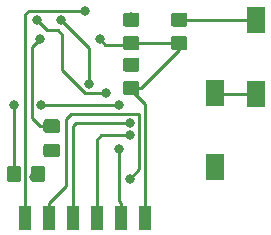
<source format=gbr>
%TF.GenerationSoftware,KiCad,Pcbnew,5.1.5+dfsg1-2build2*%
%TF.CreationDate,2021-07-18T22:40:15+02:00*%
%TF.ProjectId,wb2s,77623273-2e6b-4696-9361-645f70636258,rev?*%
%TF.SameCoordinates,Original*%
%TF.FileFunction,Copper,L2,Bot*%
%TF.FilePolarity,Positive*%
%FSLAX46Y46*%
G04 Gerber Fmt 4.6, Leading zero omitted, Abs format (unit mm)*
G04 Created by KiCad (PCBNEW 5.1.5+dfsg1-2build2) date 2021-07-18 22:40:15*
%MOMM*%
%LPD*%
G04 APERTURE LIST*
%TA.AperFunction,SMDPad,CuDef*%
%ADD10C,0.100000*%
%TD*%
%TA.AperFunction,SMDPad,CuDef*%
%ADD11R,1.597660X2.298700*%
%TD*%
%TA.AperFunction,SMDPad,CuDef*%
%ADD12R,1.000000X2.000000*%
%TD*%
%TA.AperFunction,ViaPad*%
%ADD13C,0.800000*%
%TD*%
%TA.AperFunction,Conductor*%
%ADD14C,0.250000*%
%TD*%
G04 APERTURE END LIST*
%TA.AperFunction,SMDPad,CuDef*%
D10*
%TO.P,R5,2*%
%TO.N,Net-(R5-Pad2)*%
G36*
X91787505Y-118824204D02*
G01*
X91811773Y-118827804D01*
X91835572Y-118833765D01*
X91858671Y-118842030D01*
X91880850Y-118852520D01*
X91901893Y-118865132D01*
X91921599Y-118879747D01*
X91939777Y-118896223D01*
X91956253Y-118914401D01*
X91970868Y-118934107D01*
X91983480Y-118955150D01*
X91993970Y-118977329D01*
X92002235Y-119000428D01*
X92008196Y-119024227D01*
X92011796Y-119048495D01*
X92013000Y-119072999D01*
X92013000Y-119723001D01*
X92011796Y-119747505D01*
X92008196Y-119771773D01*
X92002235Y-119795572D01*
X91993970Y-119818671D01*
X91983480Y-119840850D01*
X91970868Y-119861893D01*
X91956253Y-119881599D01*
X91939777Y-119899777D01*
X91921599Y-119916253D01*
X91901893Y-119930868D01*
X91880850Y-119943480D01*
X91858671Y-119953970D01*
X91835572Y-119962235D01*
X91811773Y-119968196D01*
X91787505Y-119971796D01*
X91763001Y-119973000D01*
X90862999Y-119973000D01*
X90838495Y-119971796D01*
X90814227Y-119968196D01*
X90790428Y-119962235D01*
X90767329Y-119953970D01*
X90745150Y-119943480D01*
X90724107Y-119930868D01*
X90704401Y-119916253D01*
X90686223Y-119899777D01*
X90669747Y-119881599D01*
X90655132Y-119861893D01*
X90642520Y-119840850D01*
X90632030Y-119818671D01*
X90623765Y-119795572D01*
X90617804Y-119771773D01*
X90614204Y-119747505D01*
X90613000Y-119723001D01*
X90613000Y-119072999D01*
X90614204Y-119048495D01*
X90617804Y-119024227D01*
X90623765Y-119000428D01*
X90632030Y-118977329D01*
X90642520Y-118955150D01*
X90655132Y-118934107D01*
X90669747Y-118914401D01*
X90686223Y-118896223D01*
X90704401Y-118879747D01*
X90724107Y-118865132D01*
X90745150Y-118852520D01*
X90767329Y-118842030D01*
X90790428Y-118833765D01*
X90814227Y-118827804D01*
X90838495Y-118824204D01*
X90862999Y-118823000D01*
X91763001Y-118823000D01*
X91787505Y-118824204D01*
G37*
%TD.AperFunction*%
%TA.AperFunction,SMDPad,CuDef*%
%TO.P,R5,1*%
%TO.N,+3V3*%
G36*
X91787505Y-116774204D02*
G01*
X91811773Y-116777804D01*
X91835572Y-116783765D01*
X91858671Y-116792030D01*
X91880850Y-116802520D01*
X91901893Y-116815132D01*
X91921599Y-116829747D01*
X91939777Y-116846223D01*
X91956253Y-116864401D01*
X91970868Y-116884107D01*
X91983480Y-116905150D01*
X91993970Y-116927329D01*
X92002235Y-116950428D01*
X92008196Y-116974227D01*
X92011796Y-116998495D01*
X92013000Y-117022999D01*
X92013000Y-117673001D01*
X92011796Y-117697505D01*
X92008196Y-117721773D01*
X92002235Y-117745572D01*
X91993970Y-117768671D01*
X91983480Y-117790850D01*
X91970868Y-117811893D01*
X91956253Y-117831599D01*
X91939777Y-117849777D01*
X91921599Y-117866253D01*
X91901893Y-117880868D01*
X91880850Y-117893480D01*
X91858671Y-117903970D01*
X91835572Y-117912235D01*
X91811773Y-117918196D01*
X91787505Y-117921796D01*
X91763001Y-117923000D01*
X90862999Y-117923000D01*
X90838495Y-117921796D01*
X90814227Y-117918196D01*
X90790428Y-117912235D01*
X90767329Y-117903970D01*
X90745150Y-117893480D01*
X90724107Y-117880868D01*
X90704401Y-117866253D01*
X90686223Y-117849777D01*
X90669747Y-117831599D01*
X90655132Y-117811893D01*
X90642520Y-117790850D01*
X90632030Y-117768671D01*
X90623765Y-117745572D01*
X90617804Y-117721773D01*
X90614204Y-117697505D01*
X90613000Y-117673001D01*
X90613000Y-117022999D01*
X90614204Y-116998495D01*
X90617804Y-116974227D01*
X90623765Y-116950428D01*
X90632030Y-116927329D01*
X90642520Y-116905150D01*
X90655132Y-116884107D01*
X90669747Y-116864401D01*
X90686223Y-116846223D01*
X90704401Y-116829747D01*
X90724107Y-116815132D01*
X90745150Y-116802520D01*
X90767329Y-116792030D01*
X90790428Y-116783765D01*
X90814227Y-116777804D01*
X90838495Y-116774204D01*
X90862999Y-116773000D01*
X91763001Y-116773000D01*
X91787505Y-116774204D01*
G37*
%TD.AperFunction*%
%TD*%
D11*
%TO.P,SW1,2*%
%TO.N,Net-(R1-Pad1)*%
X108585000Y-108331000D03*
%TO.P,SW1,1*%
%TO.N,GND*%
X108585000Y-114630200D03*
%TD*%
%TO.P,SW2,1*%
%TO.N,GND*%
X105156000Y-114554000D03*
%TO.P,SW2,2*%
%TO.N,Net-(R3-Pad1)*%
X105156000Y-120853200D03*
%TD*%
%TA.AperFunction,SMDPad,CuDef*%
D10*
%TO.P,R2,2*%
%TO.N,+3V3*%
G36*
X98518505Y-109732204D02*
G01*
X98542773Y-109735804D01*
X98566572Y-109741765D01*
X98589671Y-109750030D01*
X98611850Y-109760520D01*
X98632893Y-109773132D01*
X98652599Y-109787747D01*
X98670777Y-109804223D01*
X98687253Y-109822401D01*
X98701868Y-109842107D01*
X98714480Y-109863150D01*
X98724970Y-109885329D01*
X98733235Y-109908428D01*
X98739196Y-109932227D01*
X98742796Y-109956495D01*
X98744000Y-109980999D01*
X98744000Y-110681001D01*
X98742796Y-110705505D01*
X98739196Y-110729773D01*
X98733235Y-110753572D01*
X98724970Y-110776671D01*
X98714480Y-110798850D01*
X98701868Y-110819893D01*
X98687253Y-110839599D01*
X98670777Y-110857777D01*
X98652599Y-110874253D01*
X98632893Y-110888868D01*
X98611850Y-110901480D01*
X98589671Y-110911970D01*
X98566572Y-110920235D01*
X98542773Y-110926196D01*
X98518505Y-110929796D01*
X98494001Y-110931000D01*
X97593999Y-110931000D01*
X97569495Y-110929796D01*
X97545227Y-110926196D01*
X97521428Y-110920235D01*
X97498329Y-110911970D01*
X97476150Y-110901480D01*
X97455107Y-110888868D01*
X97435401Y-110874253D01*
X97417223Y-110857777D01*
X97400747Y-110839599D01*
X97386132Y-110819893D01*
X97373520Y-110798850D01*
X97363030Y-110776671D01*
X97354765Y-110753572D01*
X97348804Y-110729773D01*
X97345204Y-110705505D01*
X97344000Y-110681001D01*
X97344000Y-109980999D01*
X97345204Y-109956495D01*
X97348804Y-109932227D01*
X97354765Y-109908428D01*
X97363030Y-109885329D01*
X97373520Y-109863150D01*
X97386132Y-109842107D01*
X97400747Y-109822401D01*
X97417223Y-109804223D01*
X97435401Y-109787747D01*
X97455107Y-109773132D01*
X97476150Y-109760520D01*
X97498329Y-109750030D01*
X97521428Y-109741765D01*
X97545227Y-109735804D01*
X97569495Y-109732204D01*
X97593999Y-109731000D01*
X98494001Y-109731000D01*
X98518505Y-109732204D01*
G37*
%TD.AperFunction*%
%TA.AperFunction,SMDPad,CuDef*%
%TO.P,R2,1*%
%TO.N,CEN*%
G36*
X98518505Y-107732204D02*
G01*
X98542773Y-107735804D01*
X98566572Y-107741765D01*
X98589671Y-107750030D01*
X98611850Y-107760520D01*
X98632893Y-107773132D01*
X98652599Y-107787747D01*
X98670777Y-107804223D01*
X98687253Y-107822401D01*
X98701868Y-107842107D01*
X98714480Y-107863150D01*
X98724970Y-107885329D01*
X98733235Y-107908428D01*
X98739196Y-107932227D01*
X98742796Y-107956495D01*
X98744000Y-107980999D01*
X98744000Y-108681001D01*
X98742796Y-108705505D01*
X98739196Y-108729773D01*
X98733235Y-108753572D01*
X98724970Y-108776671D01*
X98714480Y-108798850D01*
X98701868Y-108819893D01*
X98687253Y-108839599D01*
X98670777Y-108857777D01*
X98652599Y-108874253D01*
X98632893Y-108888868D01*
X98611850Y-108901480D01*
X98589671Y-108911970D01*
X98566572Y-108920235D01*
X98542773Y-108926196D01*
X98518505Y-108929796D01*
X98494001Y-108931000D01*
X97593999Y-108931000D01*
X97569495Y-108929796D01*
X97545227Y-108926196D01*
X97521428Y-108920235D01*
X97498329Y-108911970D01*
X97476150Y-108901480D01*
X97455107Y-108888868D01*
X97435401Y-108874253D01*
X97417223Y-108857777D01*
X97400747Y-108839599D01*
X97386132Y-108819893D01*
X97373520Y-108798850D01*
X97363030Y-108776671D01*
X97354765Y-108753572D01*
X97348804Y-108729773D01*
X97345204Y-108705505D01*
X97344000Y-108681001D01*
X97344000Y-107980999D01*
X97345204Y-107956495D01*
X97348804Y-107932227D01*
X97354765Y-107908428D01*
X97363030Y-107885329D01*
X97373520Y-107863150D01*
X97386132Y-107842107D01*
X97400747Y-107822401D01*
X97417223Y-107804223D01*
X97435401Y-107787747D01*
X97455107Y-107773132D01*
X97476150Y-107760520D01*
X97498329Y-107750030D01*
X97521428Y-107741765D01*
X97545227Y-107735804D01*
X97569495Y-107732204D01*
X97593999Y-107731000D01*
X98494001Y-107731000D01*
X98518505Y-107732204D01*
G37*
%TD.AperFunction*%
%TD*%
%TA.AperFunction,SMDPad,CuDef*%
%TO.P,R1,2*%
%TO.N,+3V3*%
G36*
X102582505Y-109732204D02*
G01*
X102606773Y-109735804D01*
X102630572Y-109741765D01*
X102653671Y-109750030D01*
X102675850Y-109760520D01*
X102696893Y-109773132D01*
X102716599Y-109787747D01*
X102734777Y-109804223D01*
X102751253Y-109822401D01*
X102765868Y-109842107D01*
X102778480Y-109863150D01*
X102788970Y-109885329D01*
X102797235Y-109908428D01*
X102803196Y-109932227D01*
X102806796Y-109956495D01*
X102808000Y-109980999D01*
X102808000Y-110681001D01*
X102806796Y-110705505D01*
X102803196Y-110729773D01*
X102797235Y-110753572D01*
X102788970Y-110776671D01*
X102778480Y-110798850D01*
X102765868Y-110819893D01*
X102751253Y-110839599D01*
X102734777Y-110857777D01*
X102716599Y-110874253D01*
X102696893Y-110888868D01*
X102675850Y-110901480D01*
X102653671Y-110911970D01*
X102630572Y-110920235D01*
X102606773Y-110926196D01*
X102582505Y-110929796D01*
X102558001Y-110931000D01*
X101657999Y-110931000D01*
X101633495Y-110929796D01*
X101609227Y-110926196D01*
X101585428Y-110920235D01*
X101562329Y-110911970D01*
X101540150Y-110901480D01*
X101519107Y-110888868D01*
X101499401Y-110874253D01*
X101481223Y-110857777D01*
X101464747Y-110839599D01*
X101450132Y-110819893D01*
X101437520Y-110798850D01*
X101427030Y-110776671D01*
X101418765Y-110753572D01*
X101412804Y-110729773D01*
X101409204Y-110705505D01*
X101408000Y-110681001D01*
X101408000Y-109980999D01*
X101409204Y-109956495D01*
X101412804Y-109932227D01*
X101418765Y-109908428D01*
X101427030Y-109885329D01*
X101437520Y-109863150D01*
X101450132Y-109842107D01*
X101464747Y-109822401D01*
X101481223Y-109804223D01*
X101499401Y-109787747D01*
X101519107Y-109773132D01*
X101540150Y-109760520D01*
X101562329Y-109750030D01*
X101585428Y-109741765D01*
X101609227Y-109735804D01*
X101633495Y-109732204D01*
X101657999Y-109731000D01*
X102558001Y-109731000D01*
X102582505Y-109732204D01*
G37*
%TD.AperFunction*%
%TA.AperFunction,SMDPad,CuDef*%
%TO.P,R1,1*%
%TO.N,Net-(R1-Pad1)*%
G36*
X102582505Y-107732204D02*
G01*
X102606773Y-107735804D01*
X102630572Y-107741765D01*
X102653671Y-107750030D01*
X102675850Y-107760520D01*
X102696893Y-107773132D01*
X102716599Y-107787747D01*
X102734777Y-107804223D01*
X102751253Y-107822401D01*
X102765868Y-107842107D01*
X102778480Y-107863150D01*
X102788970Y-107885329D01*
X102797235Y-107908428D01*
X102803196Y-107932227D01*
X102806796Y-107956495D01*
X102808000Y-107980999D01*
X102808000Y-108681001D01*
X102806796Y-108705505D01*
X102803196Y-108729773D01*
X102797235Y-108753572D01*
X102788970Y-108776671D01*
X102778480Y-108798850D01*
X102765868Y-108819893D01*
X102751253Y-108839599D01*
X102734777Y-108857777D01*
X102716599Y-108874253D01*
X102696893Y-108888868D01*
X102675850Y-108901480D01*
X102653671Y-108911970D01*
X102630572Y-108920235D01*
X102606773Y-108926196D01*
X102582505Y-108929796D01*
X102558001Y-108931000D01*
X101657999Y-108931000D01*
X101633495Y-108929796D01*
X101609227Y-108926196D01*
X101585428Y-108920235D01*
X101562329Y-108911970D01*
X101540150Y-108901480D01*
X101519107Y-108888868D01*
X101499401Y-108874253D01*
X101481223Y-108857777D01*
X101464747Y-108839599D01*
X101450132Y-108819893D01*
X101437520Y-108798850D01*
X101427030Y-108776671D01*
X101418765Y-108753572D01*
X101412804Y-108729773D01*
X101409204Y-108705505D01*
X101408000Y-108681001D01*
X101408000Y-107980999D01*
X101409204Y-107956495D01*
X101412804Y-107932227D01*
X101418765Y-107908428D01*
X101427030Y-107885329D01*
X101437520Y-107863150D01*
X101450132Y-107842107D01*
X101464747Y-107822401D01*
X101481223Y-107804223D01*
X101499401Y-107787747D01*
X101519107Y-107773132D01*
X101540150Y-107760520D01*
X101562329Y-107750030D01*
X101585428Y-107741765D01*
X101609227Y-107735804D01*
X101633495Y-107732204D01*
X101657999Y-107731000D01*
X102558001Y-107731000D01*
X102582505Y-107732204D01*
G37*
%TD.AperFunction*%
%TD*%
%TA.AperFunction,SMDPad,CuDef*%
%TO.P,R3,2*%
%TO.N,+3V3*%
G36*
X98518505Y-113542204D02*
G01*
X98542773Y-113545804D01*
X98566572Y-113551765D01*
X98589671Y-113560030D01*
X98611850Y-113570520D01*
X98632893Y-113583132D01*
X98652599Y-113597747D01*
X98670777Y-113614223D01*
X98687253Y-113632401D01*
X98701868Y-113652107D01*
X98714480Y-113673150D01*
X98724970Y-113695329D01*
X98733235Y-113718428D01*
X98739196Y-113742227D01*
X98742796Y-113766495D01*
X98744000Y-113790999D01*
X98744000Y-114491001D01*
X98742796Y-114515505D01*
X98739196Y-114539773D01*
X98733235Y-114563572D01*
X98724970Y-114586671D01*
X98714480Y-114608850D01*
X98701868Y-114629893D01*
X98687253Y-114649599D01*
X98670777Y-114667777D01*
X98652599Y-114684253D01*
X98632893Y-114698868D01*
X98611850Y-114711480D01*
X98589671Y-114721970D01*
X98566572Y-114730235D01*
X98542773Y-114736196D01*
X98518505Y-114739796D01*
X98494001Y-114741000D01*
X97593999Y-114741000D01*
X97569495Y-114739796D01*
X97545227Y-114736196D01*
X97521428Y-114730235D01*
X97498329Y-114721970D01*
X97476150Y-114711480D01*
X97455107Y-114698868D01*
X97435401Y-114684253D01*
X97417223Y-114667777D01*
X97400747Y-114649599D01*
X97386132Y-114629893D01*
X97373520Y-114608850D01*
X97363030Y-114586671D01*
X97354765Y-114563572D01*
X97348804Y-114539773D01*
X97345204Y-114515505D01*
X97344000Y-114491001D01*
X97344000Y-113790999D01*
X97345204Y-113766495D01*
X97348804Y-113742227D01*
X97354765Y-113718428D01*
X97363030Y-113695329D01*
X97373520Y-113673150D01*
X97386132Y-113652107D01*
X97400747Y-113632401D01*
X97417223Y-113614223D01*
X97435401Y-113597747D01*
X97455107Y-113583132D01*
X97476150Y-113570520D01*
X97498329Y-113560030D01*
X97521428Y-113551765D01*
X97545227Y-113545804D01*
X97569495Y-113542204D01*
X97593999Y-113541000D01*
X98494001Y-113541000D01*
X98518505Y-113542204D01*
G37*
%TD.AperFunction*%
%TA.AperFunction,SMDPad,CuDef*%
%TO.P,R3,1*%
%TO.N,Net-(R3-Pad1)*%
G36*
X98518505Y-111542204D02*
G01*
X98542773Y-111545804D01*
X98566572Y-111551765D01*
X98589671Y-111560030D01*
X98611850Y-111570520D01*
X98632893Y-111583132D01*
X98652599Y-111597747D01*
X98670777Y-111614223D01*
X98687253Y-111632401D01*
X98701868Y-111652107D01*
X98714480Y-111673150D01*
X98724970Y-111695329D01*
X98733235Y-111718428D01*
X98739196Y-111742227D01*
X98742796Y-111766495D01*
X98744000Y-111790999D01*
X98744000Y-112491001D01*
X98742796Y-112515505D01*
X98739196Y-112539773D01*
X98733235Y-112563572D01*
X98724970Y-112586671D01*
X98714480Y-112608850D01*
X98701868Y-112629893D01*
X98687253Y-112649599D01*
X98670777Y-112667777D01*
X98652599Y-112684253D01*
X98632893Y-112698868D01*
X98611850Y-112711480D01*
X98589671Y-112721970D01*
X98566572Y-112730235D01*
X98542773Y-112736196D01*
X98518505Y-112739796D01*
X98494001Y-112741000D01*
X97593999Y-112741000D01*
X97569495Y-112739796D01*
X97545227Y-112736196D01*
X97521428Y-112730235D01*
X97498329Y-112721970D01*
X97476150Y-112711480D01*
X97455107Y-112698868D01*
X97435401Y-112684253D01*
X97417223Y-112667777D01*
X97400747Y-112649599D01*
X97386132Y-112629893D01*
X97373520Y-112608850D01*
X97363030Y-112586671D01*
X97354765Y-112563572D01*
X97348804Y-112539773D01*
X97345204Y-112515505D01*
X97344000Y-112491001D01*
X97344000Y-111790999D01*
X97345204Y-111766495D01*
X97348804Y-111742227D01*
X97354765Y-111718428D01*
X97363030Y-111695329D01*
X97373520Y-111673150D01*
X97386132Y-111652107D01*
X97400747Y-111632401D01*
X97417223Y-111614223D01*
X97435401Y-111597747D01*
X97455107Y-111583132D01*
X97476150Y-111570520D01*
X97498329Y-111560030D01*
X97521428Y-111551765D01*
X97545227Y-111545804D01*
X97569495Y-111542204D01*
X97593999Y-111541000D01*
X98494001Y-111541000D01*
X98518505Y-111542204D01*
G37*
%TD.AperFunction*%
%TD*%
%TA.AperFunction,SMDPad,CuDef*%
%TO.P,R4,1*%
%TO.N,GND*%
G36*
X88512505Y-120713204D02*
G01*
X88536773Y-120716804D01*
X88560572Y-120722765D01*
X88583671Y-120731030D01*
X88605850Y-120741520D01*
X88626893Y-120754132D01*
X88646599Y-120768747D01*
X88664777Y-120785223D01*
X88681253Y-120803401D01*
X88695868Y-120823107D01*
X88708480Y-120844150D01*
X88718970Y-120866329D01*
X88727235Y-120889428D01*
X88733196Y-120913227D01*
X88736796Y-120937495D01*
X88738000Y-120961999D01*
X88738000Y-121862001D01*
X88736796Y-121886505D01*
X88733196Y-121910773D01*
X88727235Y-121934572D01*
X88718970Y-121957671D01*
X88708480Y-121979850D01*
X88695868Y-122000893D01*
X88681253Y-122020599D01*
X88664777Y-122038777D01*
X88646599Y-122055253D01*
X88626893Y-122069868D01*
X88605850Y-122082480D01*
X88583671Y-122092970D01*
X88560572Y-122101235D01*
X88536773Y-122107196D01*
X88512505Y-122110796D01*
X88488001Y-122112000D01*
X87787999Y-122112000D01*
X87763495Y-122110796D01*
X87739227Y-122107196D01*
X87715428Y-122101235D01*
X87692329Y-122092970D01*
X87670150Y-122082480D01*
X87649107Y-122069868D01*
X87629401Y-122055253D01*
X87611223Y-122038777D01*
X87594747Y-122020599D01*
X87580132Y-122000893D01*
X87567520Y-121979850D01*
X87557030Y-121957671D01*
X87548765Y-121934572D01*
X87542804Y-121910773D01*
X87539204Y-121886505D01*
X87538000Y-121862001D01*
X87538000Y-120961999D01*
X87539204Y-120937495D01*
X87542804Y-120913227D01*
X87548765Y-120889428D01*
X87557030Y-120866329D01*
X87567520Y-120844150D01*
X87580132Y-120823107D01*
X87594747Y-120803401D01*
X87611223Y-120785223D01*
X87629401Y-120768747D01*
X87649107Y-120754132D01*
X87670150Y-120741520D01*
X87692329Y-120731030D01*
X87715428Y-120722765D01*
X87739227Y-120716804D01*
X87763495Y-120713204D01*
X87787999Y-120712000D01*
X88488001Y-120712000D01*
X88512505Y-120713204D01*
G37*
%TD.AperFunction*%
%TA.AperFunction,SMDPad,CuDef*%
%TO.P,R4,2*%
%TO.N,Net-(R4-Pad2)*%
G36*
X90512505Y-120713204D02*
G01*
X90536773Y-120716804D01*
X90560572Y-120722765D01*
X90583671Y-120731030D01*
X90605850Y-120741520D01*
X90626893Y-120754132D01*
X90646599Y-120768747D01*
X90664777Y-120785223D01*
X90681253Y-120803401D01*
X90695868Y-120823107D01*
X90708480Y-120844150D01*
X90718970Y-120866329D01*
X90727235Y-120889428D01*
X90733196Y-120913227D01*
X90736796Y-120937495D01*
X90738000Y-120961999D01*
X90738000Y-121862001D01*
X90736796Y-121886505D01*
X90733196Y-121910773D01*
X90727235Y-121934572D01*
X90718970Y-121957671D01*
X90708480Y-121979850D01*
X90695868Y-122000893D01*
X90681253Y-122020599D01*
X90664777Y-122038777D01*
X90646599Y-122055253D01*
X90626893Y-122069868D01*
X90605850Y-122082480D01*
X90583671Y-122092970D01*
X90560572Y-122101235D01*
X90536773Y-122107196D01*
X90512505Y-122110796D01*
X90488001Y-122112000D01*
X89787999Y-122112000D01*
X89763495Y-122110796D01*
X89739227Y-122107196D01*
X89715428Y-122101235D01*
X89692329Y-122092970D01*
X89670150Y-122082480D01*
X89649107Y-122069868D01*
X89629401Y-122055253D01*
X89611223Y-122038777D01*
X89594747Y-122020599D01*
X89580132Y-122000893D01*
X89567520Y-121979850D01*
X89557030Y-121957671D01*
X89548765Y-121934572D01*
X89542804Y-121910773D01*
X89539204Y-121886505D01*
X89538000Y-121862001D01*
X89538000Y-120961999D01*
X89539204Y-120937495D01*
X89542804Y-120913227D01*
X89548765Y-120889428D01*
X89557030Y-120866329D01*
X89567520Y-120844150D01*
X89580132Y-120823107D01*
X89594747Y-120803401D01*
X89611223Y-120785223D01*
X89629401Y-120768747D01*
X89649107Y-120754132D01*
X89670150Y-120741520D01*
X89692329Y-120731030D01*
X89715428Y-120722765D01*
X89739227Y-120716804D01*
X89763495Y-120713204D01*
X89787999Y-120712000D01*
X90488001Y-120712000D01*
X90512505Y-120713204D01*
G37*
%TD.AperFunction*%
%TD*%
D12*
%TO.P,J1,1*%
%TO.N,TX*%
X93091000Y-125095000D03*
%TD*%
%TO.P,J5,1*%
%TO.N,RX*%
X95123000Y-125095000D03*
%TD*%
%TO.P,J6,1*%
%TO.N,PWM5*%
X89027000Y-125095000D03*
%TD*%
%TO.P,J7,1*%
%TO.N,PWM4*%
X91059000Y-125095000D03*
%TD*%
%TO.P,J10,1*%
%TO.N,+3V3*%
X99187000Y-125095000D03*
%TD*%
%TO.P,J11,1*%
%TO.N,GND*%
X97155000Y-125095000D03*
%TD*%
D13*
%TO.N,TX*%
X97972999Y-117094000D03*
%TO.N,PWM1*%
X92075000Y-108331000D03*
X94488000Y-113792000D03*
%TO.N,PWM2*%
X90043000Y-108331000D03*
X95885000Y-114554000D03*
%TO.N,RX*%
X97917000Y-118110000D03*
%TO.N,PWM5*%
X94107000Y-107569000D03*
%TO.N,PWM4*%
X97917000Y-121793000D03*
%TO.N,CEN*%
X98044000Y-108077000D03*
%TO.N,Net-(R1-Pad1)*%
X102108000Y-108331000D03*
%TO.N,GND*%
X88138000Y-121666000D03*
X88138000Y-115570000D03*
X97028000Y-119253000D03*
X97028000Y-115570000D03*
X105029000Y-114681000D03*
X90424002Y-115570000D03*
%TO.N,Net-(R4-Pad2)*%
X89789000Y-121666000D03*
%TO.N,+3V3*%
X95377000Y-109982000D03*
X90297000Y-109982000D03*
%TO.N,Net-(R3-Pad1)*%
X98044000Y-112141000D03*
X105156000Y-120904000D03*
%TO.N,Net-(R5-Pad2)*%
X91312996Y-119380000D03*
%TD*%
D14*
%TO.N,TX*%
X97407314Y-117094000D02*
X97972999Y-117094000D01*
X93091000Y-117348000D02*
X93345000Y-117094000D01*
X93345000Y-117094000D02*
X97407314Y-117094000D01*
X93091000Y-125095000D02*
X93091000Y-117348000D01*
%TO.N,PWM1*%
X94488000Y-110744000D02*
X94488000Y-113792000D01*
X92075000Y-108331000D02*
X94488000Y-110744000D01*
%TO.N,PWM2*%
X91821000Y-109220000D02*
X90932000Y-109220000D01*
X90932000Y-109220000D02*
X90043000Y-108331000D01*
X92202000Y-109601000D02*
X91821000Y-109220000D01*
X94176315Y-114554000D02*
X92202000Y-112579685D01*
X92202000Y-112579685D02*
X92202000Y-109601000D01*
X95885000Y-114554000D02*
X94176315Y-114554000D01*
%TO.N,RX*%
X95123000Y-125095000D02*
X95123000Y-123845000D01*
X95504000Y-118110000D02*
X97917000Y-118110000D01*
X95123000Y-118491000D02*
X95504000Y-118110000D01*
X95123000Y-123845000D02*
X95123000Y-118491000D01*
%TO.N,PWM5*%
X89063999Y-123808001D02*
X89063999Y-110072001D01*
X89027000Y-123845000D02*
X89063999Y-123808001D01*
X89027000Y-125095000D02*
X89027000Y-123845000D01*
X89063999Y-110072001D02*
X89063999Y-107859999D01*
X89063999Y-107859999D02*
X89354998Y-107569000D01*
X89354998Y-107569000D02*
X94107000Y-107569000D01*
%TO.N,PWM4*%
X98697999Y-121012001D02*
X97917000Y-121793000D01*
X98697999Y-116332000D02*
X98697999Y-121012001D01*
X92513990Y-116782010D02*
X92964000Y-116332000D01*
X92964000Y-116332000D02*
X98697999Y-116332000D01*
X92513990Y-122390010D02*
X92513990Y-116782010D01*
X91059000Y-123845000D02*
X92513990Y-122390010D01*
X91059000Y-125095000D02*
X91059000Y-123845000D01*
%TO.N,Net-(R1-Pad1)*%
X102108000Y-108331000D02*
X102108000Y-108331000D01*
X108585000Y-108331000D02*
X102108000Y-108331000D01*
%TO.N,GND*%
X97155000Y-123845000D02*
X97028000Y-123718000D01*
X97155000Y-125095000D02*
X97155000Y-123845000D01*
X88138000Y-121666000D02*
X88138000Y-115570000D01*
X97028000Y-123718000D02*
X97028000Y-119253000D01*
X108534200Y-114630200D02*
X108585000Y-114681000D01*
X105079800Y-114630200D02*
X105029000Y-114681000D01*
X108585000Y-114630200D02*
X105079800Y-114630200D01*
X97028000Y-115570000D02*
X90424002Y-115570000D01*
%TO.N,+3V3*%
X98230400Y-110464010D02*
X98363410Y-110331000D01*
X95859010Y-110464010D02*
X98044000Y-110464010D01*
X95377000Y-109982000D02*
X95859010Y-110464010D01*
X102108000Y-110331000D02*
X98044000Y-110331000D01*
X99187000Y-115443000D02*
X99187000Y-125095000D01*
X97917000Y-114173000D02*
X99187000Y-115443000D01*
X98744000Y-114141000D02*
X98044000Y-114141000D01*
X98898000Y-114141000D02*
X98744000Y-114141000D01*
X102108000Y-110931000D02*
X98898000Y-114141000D01*
X102108000Y-110331000D02*
X102108000Y-110931000D01*
X90368000Y-117348000D02*
X91313000Y-117348000D01*
X89643001Y-116623001D02*
X90368000Y-117348000D01*
X89643001Y-110635999D02*
X89643001Y-116623001D01*
X90297000Y-109982000D02*
X89643001Y-110635999D01*
%TD*%
M02*

</source>
